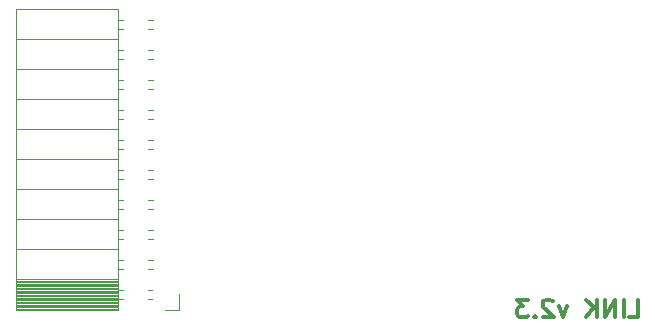
<source format=gbr>
G04 #@! TF.GenerationSoftware,KiCad,Pcbnew,(6.0.2)*
G04 #@! TF.CreationDate,2022-03-04T18:35:01+01:00*
G04 #@! TF.ProjectId,LINK,4c494e4b-2e6b-4696-9361-645f70636258,rev?*
G04 #@! TF.SameCoordinates,Original*
G04 #@! TF.FileFunction,Legend,Bot*
G04 #@! TF.FilePolarity,Positive*
%FSLAX46Y46*%
G04 Gerber Fmt 4.6, Leading zero omitted, Abs format (unit mm)*
G04 Created by KiCad (PCBNEW (6.0.2)) date 2022-03-04 18:35:01*
%MOMM*%
%LPD*%
G01*
G04 APERTURE LIST*
%ADD10C,0.300000*%
%ADD11C,0.120000*%
G04 APERTURE END LIST*
D10*
X166282142Y-93388571D02*
X166996428Y-93388571D01*
X166996428Y-91888571D01*
X165782142Y-93388571D02*
X165782142Y-91888571D01*
X165067857Y-93388571D02*
X165067857Y-91888571D01*
X164210714Y-93388571D01*
X164210714Y-91888571D01*
X163496428Y-93388571D02*
X163496428Y-91888571D01*
X162639285Y-93388571D02*
X163282142Y-92531428D01*
X162639285Y-91888571D02*
X163496428Y-92745714D01*
X160996428Y-92388571D02*
X160639285Y-93388571D01*
X160282142Y-92388571D01*
X159782142Y-92031428D02*
X159710714Y-91960000D01*
X159567857Y-91888571D01*
X159210714Y-91888571D01*
X159067857Y-91960000D01*
X158996428Y-92031428D01*
X158925000Y-92174285D01*
X158925000Y-92317142D01*
X158996428Y-92531428D01*
X159853571Y-93388571D01*
X158925000Y-93388571D01*
X158282142Y-93245714D02*
X158210714Y-93317142D01*
X158282142Y-93388571D01*
X158353571Y-93317142D01*
X158282142Y-93245714D01*
X158282142Y-93388571D01*
X157710714Y-91888571D02*
X156782142Y-91888571D01*
X157282142Y-92460000D01*
X157067857Y-92460000D01*
X156925000Y-92531428D01*
X156853571Y-92602857D01*
X156782142Y-92745714D01*
X156782142Y-93102857D01*
X156853571Y-93245714D01*
X156925000Y-93317142D01*
X157067857Y-93388571D01*
X157496428Y-93388571D01*
X157639285Y-93317142D01*
X157710714Y-93245714D01*
D11*
X125510000Y-86720000D02*
X125950000Y-86720000D01*
X123000000Y-84180000D02*
X123410000Y-84180000D01*
X114370000Y-82550000D02*
X123000000Y-82550000D01*
X114370000Y-92650000D02*
X123000000Y-92650000D01*
X127000000Y-92770000D02*
X128110000Y-92770000D01*
X114370000Y-87630000D02*
X123000000Y-87630000D01*
X114370000Y-80010000D02*
X123000000Y-80010000D01*
X123000000Y-92770000D02*
X123000000Y-67250000D01*
X114370000Y-90760480D02*
X123000000Y-90760480D01*
X123000000Y-86720000D02*
X123410000Y-86720000D01*
X114370000Y-72390000D02*
X123000000Y-72390000D01*
X114370000Y-74930000D02*
X123000000Y-74930000D01*
X114370000Y-67250000D02*
X123000000Y-67250000D01*
X125510000Y-78380000D02*
X125950000Y-78380000D01*
X114370000Y-91705240D02*
X123000000Y-91705240D01*
X123000000Y-83460000D02*
X123410000Y-83460000D01*
X114370000Y-90642385D02*
X123000000Y-90642385D01*
X114370000Y-91350955D02*
X123000000Y-91350955D01*
X125510000Y-79100000D02*
X125950000Y-79100000D01*
X114370000Y-85090000D02*
X123000000Y-85090000D01*
X125510000Y-81640000D02*
X125950000Y-81640000D01*
X114370000Y-90288100D02*
X123000000Y-90288100D01*
X114370000Y-77470000D02*
X123000000Y-77470000D01*
X125510000Y-71480000D02*
X125950000Y-71480000D01*
X125510000Y-83460000D02*
X125950000Y-83460000D01*
X125510000Y-84180000D02*
X125950000Y-84180000D01*
X114370000Y-91232860D02*
X123000000Y-91232860D01*
X114370000Y-91114765D02*
X123000000Y-91114765D01*
X114370000Y-92177620D02*
X123000000Y-92177620D01*
X125510000Y-68940000D02*
X125950000Y-68940000D01*
X123000000Y-79100000D02*
X123410000Y-79100000D01*
X125510000Y-73300000D02*
X125950000Y-73300000D01*
X114370000Y-92770000D02*
X114370000Y-67250000D01*
X123000000Y-91800000D02*
X123410000Y-91800000D01*
X114370000Y-90878575D02*
X123000000Y-90878575D01*
X125510000Y-89260000D02*
X125950000Y-89260000D01*
X125510000Y-68220000D02*
X125950000Y-68220000D01*
X114370000Y-92295715D02*
X123000000Y-92295715D01*
X125510000Y-70760000D02*
X125950000Y-70760000D01*
X125510000Y-91080000D02*
X125890000Y-91080000D01*
X114370000Y-92059525D02*
X123000000Y-92059525D01*
X125510000Y-74020000D02*
X125950000Y-74020000D01*
X114370000Y-92531905D02*
X123000000Y-92531905D01*
X123000000Y-76560000D02*
X123410000Y-76560000D01*
X114370000Y-92413810D02*
X123000000Y-92413810D01*
X125510000Y-91800000D02*
X125890000Y-91800000D01*
X123000000Y-73300000D02*
X123410000Y-73300000D01*
X114370000Y-90524290D02*
X123000000Y-90524290D01*
X123000000Y-81640000D02*
X123410000Y-81640000D01*
X123000000Y-80920000D02*
X123410000Y-80920000D01*
X123000000Y-89260000D02*
X123410000Y-89260000D01*
X125510000Y-88540000D02*
X125950000Y-88540000D01*
X114370000Y-90170000D02*
X123000000Y-90170000D01*
X123000000Y-71480000D02*
X123410000Y-71480000D01*
X114370000Y-91823335D02*
X123000000Y-91823335D01*
X128110000Y-92770000D02*
X128110000Y-91440000D01*
X123000000Y-68220000D02*
X123410000Y-68220000D01*
X123000000Y-74020000D02*
X123410000Y-74020000D01*
X114370000Y-91469050D02*
X123000000Y-91469050D01*
X123000000Y-75840000D02*
X123410000Y-75840000D01*
X114370000Y-90406195D02*
X123000000Y-90406195D01*
X125510000Y-80920000D02*
X125950000Y-80920000D01*
X123000000Y-91080000D02*
X123410000Y-91080000D01*
X114370000Y-69850000D02*
X123000000Y-69850000D01*
X125510000Y-75840000D02*
X125950000Y-75840000D01*
X123000000Y-86000000D02*
X123410000Y-86000000D01*
X114370000Y-92770000D02*
X123000000Y-92770000D01*
X125510000Y-76560000D02*
X125950000Y-76560000D01*
X114370000Y-91587145D02*
X123000000Y-91587145D01*
X123000000Y-70760000D02*
X123410000Y-70760000D01*
X114370000Y-91941430D02*
X123000000Y-91941430D01*
X123000000Y-68940000D02*
X123410000Y-68940000D01*
X114370000Y-90996670D02*
X123000000Y-90996670D01*
X123000000Y-88540000D02*
X123410000Y-88540000D01*
X123000000Y-78380000D02*
X123410000Y-78380000D01*
X125510000Y-86000000D02*
X125950000Y-86000000D01*
M02*

</source>
